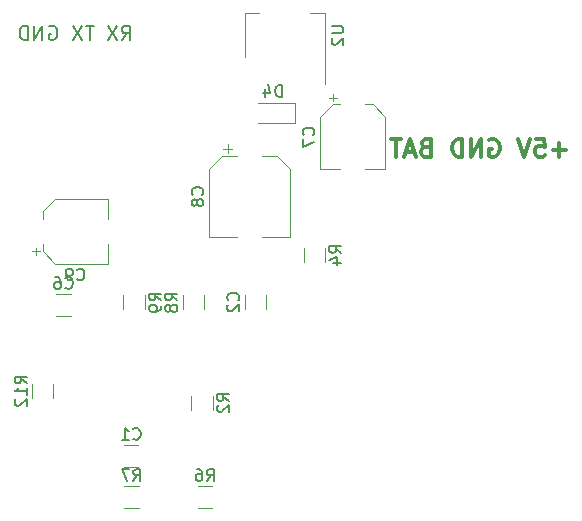
<source format=gbr>
G04 #@! TF.GenerationSoftware,KiCad,Pcbnew,5.0.0-fee4fd1~66~ubuntu16.04.1*
G04 #@! TF.CreationDate,2018-09-10T21:40:52+02:00*
G04 #@! TF.ProjectId,fpvlaptracker32,6670766C6170747261636B657233322E,rev?*
G04 #@! TF.SameCoordinates,Original*
G04 #@! TF.FileFunction,Legend,Bot*
G04 #@! TF.FilePolarity,Positive*
%FSLAX46Y46*%
G04 Gerber Fmt 4.6, Leading zero omitted, Abs format (unit mm)*
G04 Created by KiCad (PCBNEW 5.0.0-fee4fd1~66~ubuntu16.04.1) date Mon Sep 10 21:40:52 2018*
%MOMM*%
%LPD*%
G01*
G04 APERTURE LIST*
%ADD10C,0.200000*%
%ADD11C,0.300000*%
%ADD12C,0.120000*%
%ADD13C,0.150000*%
G04 APERTURE END LIST*
D10*
X144471428Y-82292857D02*
X144871428Y-81721428D01*
X145157142Y-82292857D02*
X145157142Y-81092857D01*
X144700000Y-81092857D01*
X144585714Y-81150000D01*
X144528571Y-81207142D01*
X144471428Y-81321428D01*
X144471428Y-81492857D01*
X144528571Y-81607142D01*
X144585714Y-81664285D01*
X144700000Y-81721428D01*
X145157142Y-81721428D01*
X144071428Y-81092857D02*
X143271428Y-82292857D01*
X143271428Y-81092857D02*
X144071428Y-82292857D01*
X142071428Y-81092857D02*
X141385714Y-81092857D01*
X141728571Y-82292857D02*
X141728571Y-81092857D01*
X141100000Y-81092857D02*
X140300000Y-82292857D01*
X140300000Y-81092857D02*
X141100000Y-82292857D01*
X138300000Y-81150000D02*
X138414285Y-81092857D01*
X138585714Y-81092857D01*
X138757142Y-81150000D01*
X138871428Y-81264285D01*
X138928571Y-81378571D01*
X138985714Y-81607142D01*
X138985714Y-81778571D01*
X138928571Y-82007142D01*
X138871428Y-82121428D01*
X138757142Y-82235714D01*
X138585714Y-82292857D01*
X138471428Y-82292857D01*
X138300000Y-82235714D01*
X138242857Y-82178571D01*
X138242857Y-81778571D01*
X138471428Y-81778571D01*
X137728571Y-82292857D02*
X137728571Y-81092857D01*
X137042857Y-82292857D01*
X137042857Y-81092857D01*
X136471428Y-82292857D02*
X136471428Y-81092857D01*
X136185714Y-81092857D01*
X136014285Y-81150000D01*
X135900000Y-81264285D01*
X135842857Y-81378571D01*
X135785714Y-81607142D01*
X135785714Y-81778571D01*
X135842857Y-82007142D01*
X135900000Y-82121428D01*
X136014285Y-82235714D01*
X136185714Y-82292857D01*
X136471428Y-82292857D01*
D11*
X182071428Y-91607142D02*
X180928571Y-91607142D01*
X181500000Y-92178571D02*
X181500000Y-91035714D01*
X179500000Y-90678571D02*
X180214285Y-90678571D01*
X180285714Y-91392857D01*
X180214285Y-91321428D01*
X180071428Y-91250000D01*
X179714285Y-91250000D01*
X179571428Y-91321428D01*
X179500000Y-91392857D01*
X179428571Y-91535714D01*
X179428571Y-91892857D01*
X179500000Y-92035714D01*
X179571428Y-92107142D01*
X179714285Y-92178571D01*
X180071428Y-92178571D01*
X180214285Y-92107142D01*
X180285714Y-92035714D01*
X179000000Y-90678571D02*
X178500000Y-92178571D01*
X178000000Y-90678571D01*
X175571428Y-90750000D02*
X175714285Y-90678571D01*
X175928571Y-90678571D01*
X176142857Y-90750000D01*
X176285714Y-90892857D01*
X176357142Y-91035714D01*
X176428571Y-91321428D01*
X176428571Y-91535714D01*
X176357142Y-91821428D01*
X176285714Y-91964285D01*
X176142857Y-92107142D01*
X175928571Y-92178571D01*
X175785714Y-92178571D01*
X175571428Y-92107142D01*
X175500000Y-92035714D01*
X175500000Y-91535714D01*
X175785714Y-91535714D01*
X174857142Y-92178571D02*
X174857142Y-90678571D01*
X174000000Y-92178571D01*
X174000000Y-90678571D01*
X173285714Y-92178571D02*
X173285714Y-90678571D01*
X172928571Y-90678571D01*
X172714285Y-90750000D01*
X172571428Y-90892857D01*
X172500000Y-91035714D01*
X172428571Y-91321428D01*
X172428571Y-91535714D01*
X172500000Y-91821428D01*
X172571428Y-91964285D01*
X172714285Y-92107142D01*
X172928571Y-92178571D01*
X173285714Y-92178571D01*
X170142857Y-91392857D02*
X169928571Y-91464285D01*
X169857142Y-91535714D01*
X169785714Y-91678571D01*
X169785714Y-91892857D01*
X169857142Y-92035714D01*
X169928571Y-92107142D01*
X170071428Y-92178571D01*
X170642857Y-92178571D01*
X170642857Y-90678571D01*
X170142857Y-90678571D01*
X170000000Y-90750000D01*
X169928571Y-90821428D01*
X169857142Y-90964285D01*
X169857142Y-91107142D01*
X169928571Y-91250000D01*
X170000000Y-91321428D01*
X170142857Y-91392857D01*
X170642857Y-91392857D01*
X169214285Y-91750000D02*
X168500000Y-91750000D01*
X169357142Y-92178571D02*
X168857142Y-90678571D01*
X168357142Y-92178571D01*
X168071428Y-90678571D02*
X167214285Y-90678571D01*
X167642857Y-92178571D02*
X167642857Y-90678571D01*
D12*
G04 #@! TO.C,U2*
X154840000Y-79990000D02*
X156100000Y-79990000D01*
X161660000Y-79990000D02*
X160400000Y-79990000D01*
X154840000Y-83750000D02*
X154840000Y-79990000D01*
X161660000Y-86000000D02*
X161660000Y-79990000D01*
G04 #@! TO.C,D4*
X159150000Y-87650000D02*
X159150000Y-89350000D01*
X159150000Y-89350000D02*
X156000000Y-89350000D01*
X159150000Y-87650000D02*
X156000000Y-87650000D01*
G04 #@! TO.C,C6*
X140114564Y-103840000D02*
X138910436Y-103840000D01*
X140114564Y-105660000D02*
X138910436Y-105660000D01*
G04 #@! TO.C,R4*
X159840000Y-101089564D02*
X159840000Y-99885436D01*
X161660000Y-101089564D02*
X161660000Y-99885436D01*
G04 #@! TO.C,R6*
X152089564Y-120090000D02*
X150885436Y-120090000D01*
X152089564Y-121910000D02*
X150885436Y-121910000D01*
G04 #@! TO.C,R7*
X145864564Y-120090000D02*
X144660436Y-120090000D01*
X145864564Y-121910000D02*
X144660436Y-121910000D01*
G04 #@! TO.C,R8*
X151410000Y-103910436D02*
X151410000Y-105114564D01*
X149590000Y-103910436D02*
X149590000Y-105114564D01*
G04 #@! TO.C,R9*
X146410000Y-105114564D02*
X146410000Y-103910436D01*
X144590000Y-105114564D02*
X144590000Y-103910436D01*
G04 #@! TO.C,R12*
X138660000Y-111410436D02*
X138660000Y-112614564D01*
X136840000Y-111410436D02*
X136840000Y-112614564D01*
G04 #@! TO.C,C7*
X162002500Y-87187500D02*
X162627500Y-87187500D01*
X162315000Y-86875000D02*
X162315000Y-87500000D01*
X165695563Y-87740000D02*
X166760000Y-88804437D01*
X162304437Y-87740000D02*
X161240000Y-88804437D01*
X162304437Y-87740000D02*
X162940000Y-87740000D01*
X165695563Y-87740000D02*
X165060000Y-87740000D01*
X166760000Y-88804437D02*
X166760000Y-93260000D01*
X161240000Y-88804437D02*
X161240000Y-93260000D01*
X161240000Y-93260000D02*
X162940000Y-93260000D01*
X166760000Y-93260000D02*
X165060000Y-93260000D01*
G04 #@! TO.C,C8*
X158660000Y-98960000D02*
X156310000Y-98960000D01*
X151840000Y-98960000D02*
X154190000Y-98960000D01*
X151840000Y-93204437D02*
X151840000Y-98960000D01*
X158660000Y-93204437D02*
X158660000Y-98960000D01*
X157595563Y-92140000D02*
X156310000Y-92140000D01*
X152904437Y-92140000D02*
X154190000Y-92140000D01*
X152904437Y-92140000D02*
X151840000Y-93204437D01*
X157595563Y-92140000D02*
X158660000Y-93204437D01*
X153402500Y-91112500D02*
X153402500Y-91900000D01*
X153008750Y-91506250D02*
X153796250Y-91506250D01*
G04 #@! TO.C,C9*
X143260000Y-95740000D02*
X143260000Y-97440000D01*
X143260000Y-101260000D02*
X143260000Y-99560000D01*
X138804437Y-101260000D02*
X143260000Y-101260000D01*
X138804437Y-95740000D02*
X143260000Y-95740000D01*
X137740000Y-96804437D02*
X137740000Y-97440000D01*
X137740000Y-100195563D02*
X137740000Y-99560000D01*
X137740000Y-100195563D02*
X138804437Y-101260000D01*
X137740000Y-96804437D02*
X138804437Y-95740000D01*
X136875000Y-100185000D02*
X137500000Y-100185000D01*
X137187500Y-100497500D02*
X137187500Y-99872500D01*
G04 #@! TO.C,C1*
X145852064Y-116590000D02*
X144647936Y-116590000D01*
X145852064Y-118410000D02*
X144647936Y-118410000D01*
G04 #@! TO.C,C2*
X156660000Y-103885436D02*
X156660000Y-105089564D01*
X154840000Y-103885436D02*
X154840000Y-105089564D01*
G04 #@! TO.C,R2*
X152160000Y-113614564D02*
X152160000Y-112410436D01*
X150340000Y-113614564D02*
X150340000Y-112410436D01*
G04 #@! TO.C,U2*
D13*
X162202380Y-81138095D02*
X163011904Y-81138095D01*
X163107142Y-81185714D01*
X163154761Y-81233333D01*
X163202380Y-81328571D01*
X163202380Y-81519047D01*
X163154761Y-81614285D01*
X163107142Y-81661904D01*
X163011904Y-81709523D01*
X162202380Y-81709523D01*
X162297619Y-82138095D02*
X162250000Y-82185714D01*
X162202380Y-82280952D01*
X162202380Y-82519047D01*
X162250000Y-82614285D01*
X162297619Y-82661904D01*
X162392857Y-82709523D01*
X162488095Y-82709523D01*
X162630952Y-82661904D01*
X163202380Y-82090476D01*
X163202380Y-82709523D01*
G04 #@! TO.C,D4*
X157988095Y-87102380D02*
X157988095Y-86102380D01*
X157750000Y-86102380D01*
X157607142Y-86150000D01*
X157511904Y-86245238D01*
X157464285Y-86340476D01*
X157416666Y-86530952D01*
X157416666Y-86673809D01*
X157464285Y-86864285D01*
X157511904Y-86959523D01*
X157607142Y-87054761D01*
X157750000Y-87102380D01*
X157988095Y-87102380D01*
X156559523Y-86435714D02*
X156559523Y-87102380D01*
X156797619Y-86054761D02*
X157035714Y-86769047D01*
X156416666Y-86769047D01*
G04 #@! TO.C,C6*
X139679166Y-103287142D02*
X139726785Y-103334761D01*
X139869642Y-103382380D01*
X139964880Y-103382380D01*
X140107738Y-103334761D01*
X140202976Y-103239523D01*
X140250595Y-103144285D01*
X140298214Y-102953809D01*
X140298214Y-102810952D01*
X140250595Y-102620476D01*
X140202976Y-102525238D01*
X140107738Y-102430000D01*
X139964880Y-102382380D01*
X139869642Y-102382380D01*
X139726785Y-102430000D01*
X139679166Y-102477619D01*
X138822023Y-102382380D02*
X139012500Y-102382380D01*
X139107738Y-102430000D01*
X139155357Y-102477619D01*
X139250595Y-102620476D01*
X139298214Y-102810952D01*
X139298214Y-103191904D01*
X139250595Y-103287142D01*
X139202976Y-103334761D01*
X139107738Y-103382380D01*
X138917261Y-103382380D01*
X138822023Y-103334761D01*
X138774404Y-103287142D01*
X138726785Y-103191904D01*
X138726785Y-102953809D01*
X138774404Y-102858571D01*
X138822023Y-102810952D01*
X138917261Y-102763333D01*
X139107738Y-102763333D01*
X139202976Y-102810952D01*
X139250595Y-102858571D01*
X139298214Y-102953809D01*
G04 #@! TO.C,R4*
X163022380Y-100320833D02*
X162546190Y-99987500D01*
X163022380Y-99749404D02*
X162022380Y-99749404D01*
X162022380Y-100130357D01*
X162070000Y-100225595D01*
X162117619Y-100273214D01*
X162212857Y-100320833D01*
X162355714Y-100320833D01*
X162450952Y-100273214D01*
X162498571Y-100225595D01*
X162546190Y-100130357D01*
X162546190Y-99749404D01*
X162355714Y-101177976D02*
X163022380Y-101177976D01*
X161974761Y-100939880D02*
X162689047Y-100701785D01*
X162689047Y-101320833D01*
G04 #@! TO.C,R6*
X151654166Y-119632380D02*
X151987500Y-119156190D01*
X152225595Y-119632380D02*
X152225595Y-118632380D01*
X151844642Y-118632380D01*
X151749404Y-118680000D01*
X151701785Y-118727619D01*
X151654166Y-118822857D01*
X151654166Y-118965714D01*
X151701785Y-119060952D01*
X151749404Y-119108571D01*
X151844642Y-119156190D01*
X152225595Y-119156190D01*
X150797023Y-118632380D02*
X150987500Y-118632380D01*
X151082738Y-118680000D01*
X151130357Y-118727619D01*
X151225595Y-118870476D01*
X151273214Y-119060952D01*
X151273214Y-119441904D01*
X151225595Y-119537142D01*
X151177976Y-119584761D01*
X151082738Y-119632380D01*
X150892261Y-119632380D01*
X150797023Y-119584761D01*
X150749404Y-119537142D01*
X150701785Y-119441904D01*
X150701785Y-119203809D01*
X150749404Y-119108571D01*
X150797023Y-119060952D01*
X150892261Y-119013333D01*
X151082738Y-119013333D01*
X151177976Y-119060952D01*
X151225595Y-119108571D01*
X151273214Y-119203809D01*
G04 #@! TO.C,R7*
X145429166Y-119632380D02*
X145762500Y-119156190D01*
X146000595Y-119632380D02*
X146000595Y-118632380D01*
X145619642Y-118632380D01*
X145524404Y-118680000D01*
X145476785Y-118727619D01*
X145429166Y-118822857D01*
X145429166Y-118965714D01*
X145476785Y-119060952D01*
X145524404Y-119108571D01*
X145619642Y-119156190D01*
X146000595Y-119156190D01*
X145095833Y-118632380D02*
X144429166Y-118632380D01*
X144857738Y-119632380D01*
G04 #@! TO.C,R8*
X149132380Y-104345833D02*
X148656190Y-104012500D01*
X149132380Y-103774404D02*
X148132380Y-103774404D01*
X148132380Y-104155357D01*
X148180000Y-104250595D01*
X148227619Y-104298214D01*
X148322857Y-104345833D01*
X148465714Y-104345833D01*
X148560952Y-104298214D01*
X148608571Y-104250595D01*
X148656190Y-104155357D01*
X148656190Y-103774404D01*
X148560952Y-104917261D02*
X148513333Y-104822023D01*
X148465714Y-104774404D01*
X148370476Y-104726785D01*
X148322857Y-104726785D01*
X148227619Y-104774404D01*
X148180000Y-104822023D01*
X148132380Y-104917261D01*
X148132380Y-105107738D01*
X148180000Y-105202976D01*
X148227619Y-105250595D01*
X148322857Y-105298214D01*
X148370476Y-105298214D01*
X148465714Y-105250595D01*
X148513333Y-105202976D01*
X148560952Y-105107738D01*
X148560952Y-104917261D01*
X148608571Y-104822023D01*
X148656190Y-104774404D01*
X148751428Y-104726785D01*
X148941904Y-104726785D01*
X149037142Y-104774404D01*
X149084761Y-104822023D01*
X149132380Y-104917261D01*
X149132380Y-105107738D01*
X149084761Y-105202976D01*
X149037142Y-105250595D01*
X148941904Y-105298214D01*
X148751428Y-105298214D01*
X148656190Y-105250595D01*
X148608571Y-105202976D01*
X148560952Y-105107738D01*
G04 #@! TO.C,R9*
X147772380Y-104345833D02*
X147296190Y-104012500D01*
X147772380Y-103774404D02*
X146772380Y-103774404D01*
X146772380Y-104155357D01*
X146820000Y-104250595D01*
X146867619Y-104298214D01*
X146962857Y-104345833D01*
X147105714Y-104345833D01*
X147200952Y-104298214D01*
X147248571Y-104250595D01*
X147296190Y-104155357D01*
X147296190Y-103774404D01*
X147772380Y-104822023D02*
X147772380Y-105012500D01*
X147724761Y-105107738D01*
X147677142Y-105155357D01*
X147534285Y-105250595D01*
X147343809Y-105298214D01*
X146962857Y-105298214D01*
X146867619Y-105250595D01*
X146820000Y-105202976D01*
X146772380Y-105107738D01*
X146772380Y-104917261D01*
X146820000Y-104822023D01*
X146867619Y-104774404D01*
X146962857Y-104726785D01*
X147200952Y-104726785D01*
X147296190Y-104774404D01*
X147343809Y-104822023D01*
X147391428Y-104917261D01*
X147391428Y-105107738D01*
X147343809Y-105202976D01*
X147296190Y-105250595D01*
X147200952Y-105298214D01*
G04 #@! TO.C,R12*
X136382380Y-111369642D02*
X135906190Y-111036309D01*
X136382380Y-110798214D02*
X135382380Y-110798214D01*
X135382380Y-111179166D01*
X135430000Y-111274404D01*
X135477619Y-111322023D01*
X135572857Y-111369642D01*
X135715714Y-111369642D01*
X135810952Y-111322023D01*
X135858571Y-111274404D01*
X135906190Y-111179166D01*
X135906190Y-110798214D01*
X136382380Y-112322023D02*
X136382380Y-111750595D01*
X136382380Y-112036309D02*
X135382380Y-112036309D01*
X135525238Y-111941071D01*
X135620476Y-111845833D01*
X135668095Y-111750595D01*
X135477619Y-112702976D02*
X135430000Y-112750595D01*
X135382380Y-112845833D01*
X135382380Y-113083928D01*
X135430000Y-113179166D01*
X135477619Y-113226785D01*
X135572857Y-113274404D01*
X135668095Y-113274404D01*
X135810952Y-113226785D01*
X136382380Y-112655357D01*
X136382380Y-113274404D01*
G04 #@! TO.C,C7*
X160657142Y-90333333D02*
X160704761Y-90285714D01*
X160752380Y-90142857D01*
X160752380Y-90047619D01*
X160704761Y-89904761D01*
X160609523Y-89809523D01*
X160514285Y-89761904D01*
X160323809Y-89714285D01*
X160180952Y-89714285D01*
X159990476Y-89761904D01*
X159895238Y-89809523D01*
X159800000Y-89904761D01*
X159752380Y-90047619D01*
X159752380Y-90142857D01*
X159800000Y-90285714D01*
X159847619Y-90333333D01*
X159752380Y-90666666D02*
X159752380Y-91333333D01*
X160752380Y-90904761D01*
G04 #@! TO.C,C8*
X151257142Y-95383333D02*
X151304761Y-95335714D01*
X151352380Y-95192857D01*
X151352380Y-95097619D01*
X151304761Y-94954761D01*
X151209523Y-94859523D01*
X151114285Y-94811904D01*
X150923809Y-94764285D01*
X150780952Y-94764285D01*
X150590476Y-94811904D01*
X150495238Y-94859523D01*
X150400000Y-94954761D01*
X150352380Y-95097619D01*
X150352380Y-95192857D01*
X150400000Y-95335714D01*
X150447619Y-95383333D01*
X150780952Y-95954761D02*
X150733333Y-95859523D01*
X150685714Y-95811904D01*
X150590476Y-95764285D01*
X150542857Y-95764285D01*
X150447619Y-95811904D01*
X150400000Y-95859523D01*
X150352380Y-95954761D01*
X150352380Y-96145238D01*
X150400000Y-96240476D01*
X150447619Y-96288095D01*
X150542857Y-96335714D01*
X150590476Y-96335714D01*
X150685714Y-96288095D01*
X150733333Y-96240476D01*
X150780952Y-96145238D01*
X150780952Y-95954761D01*
X150828571Y-95859523D01*
X150876190Y-95811904D01*
X150971428Y-95764285D01*
X151161904Y-95764285D01*
X151257142Y-95811904D01*
X151304761Y-95859523D01*
X151352380Y-95954761D01*
X151352380Y-96145238D01*
X151304761Y-96240476D01*
X151257142Y-96288095D01*
X151161904Y-96335714D01*
X150971428Y-96335714D01*
X150876190Y-96288095D01*
X150828571Y-96240476D01*
X150780952Y-96145238D01*
G04 #@! TO.C,C9*
X140666666Y-102557142D02*
X140714285Y-102604761D01*
X140857142Y-102652380D01*
X140952380Y-102652380D01*
X141095238Y-102604761D01*
X141190476Y-102509523D01*
X141238095Y-102414285D01*
X141285714Y-102223809D01*
X141285714Y-102080952D01*
X141238095Y-101890476D01*
X141190476Y-101795238D01*
X141095238Y-101700000D01*
X140952380Y-101652380D01*
X140857142Y-101652380D01*
X140714285Y-101700000D01*
X140666666Y-101747619D01*
X140190476Y-102652380D02*
X140000000Y-102652380D01*
X139904761Y-102604761D01*
X139857142Y-102557142D01*
X139761904Y-102414285D01*
X139714285Y-102223809D01*
X139714285Y-101842857D01*
X139761904Y-101747619D01*
X139809523Y-101700000D01*
X139904761Y-101652380D01*
X140095238Y-101652380D01*
X140190476Y-101700000D01*
X140238095Y-101747619D01*
X140285714Y-101842857D01*
X140285714Y-102080952D01*
X140238095Y-102176190D01*
X140190476Y-102223809D01*
X140095238Y-102271428D01*
X139904761Y-102271428D01*
X139809523Y-102223809D01*
X139761904Y-102176190D01*
X139714285Y-102080952D01*
G04 #@! TO.C,C1*
X145416666Y-116037142D02*
X145464285Y-116084761D01*
X145607142Y-116132380D01*
X145702380Y-116132380D01*
X145845238Y-116084761D01*
X145940476Y-115989523D01*
X145988095Y-115894285D01*
X146035714Y-115703809D01*
X146035714Y-115560952D01*
X145988095Y-115370476D01*
X145940476Y-115275238D01*
X145845238Y-115180000D01*
X145702380Y-115132380D01*
X145607142Y-115132380D01*
X145464285Y-115180000D01*
X145416666Y-115227619D01*
X144464285Y-116132380D02*
X145035714Y-116132380D01*
X144750000Y-116132380D02*
X144750000Y-115132380D01*
X144845238Y-115275238D01*
X144940476Y-115370476D01*
X145035714Y-115418095D01*
G04 #@! TO.C,C2*
X154287142Y-104320833D02*
X154334761Y-104273214D01*
X154382380Y-104130357D01*
X154382380Y-104035119D01*
X154334761Y-103892261D01*
X154239523Y-103797023D01*
X154144285Y-103749404D01*
X153953809Y-103701785D01*
X153810952Y-103701785D01*
X153620476Y-103749404D01*
X153525238Y-103797023D01*
X153430000Y-103892261D01*
X153382380Y-104035119D01*
X153382380Y-104130357D01*
X153430000Y-104273214D01*
X153477619Y-104320833D01*
X153477619Y-104701785D02*
X153430000Y-104749404D01*
X153382380Y-104844642D01*
X153382380Y-105082738D01*
X153430000Y-105177976D01*
X153477619Y-105225595D01*
X153572857Y-105273214D01*
X153668095Y-105273214D01*
X153810952Y-105225595D01*
X154382380Y-104654166D01*
X154382380Y-105273214D01*
G04 #@! TO.C,R2*
X153522380Y-112845833D02*
X153046190Y-112512500D01*
X153522380Y-112274404D02*
X152522380Y-112274404D01*
X152522380Y-112655357D01*
X152570000Y-112750595D01*
X152617619Y-112798214D01*
X152712857Y-112845833D01*
X152855714Y-112845833D01*
X152950952Y-112798214D01*
X152998571Y-112750595D01*
X153046190Y-112655357D01*
X153046190Y-112274404D01*
X152617619Y-113226785D02*
X152570000Y-113274404D01*
X152522380Y-113369642D01*
X152522380Y-113607738D01*
X152570000Y-113702976D01*
X152617619Y-113750595D01*
X152712857Y-113798214D01*
X152808095Y-113798214D01*
X152950952Y-113750595D01*
X153522380Y-113179166D01*
X153522380Y-113798214D01*
G04 #@! TD*
M02*

</source>
